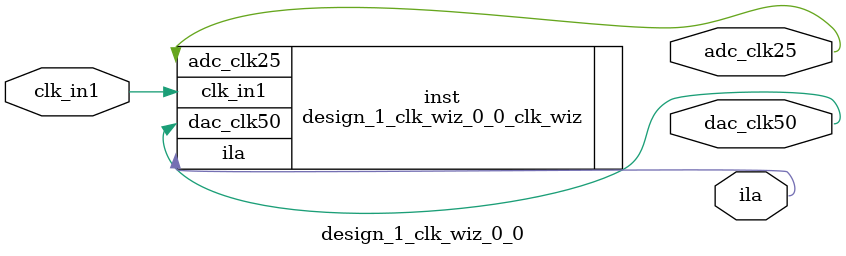
<source format=v>


`timescale 1ps/1ps

(* CORE_GENERATION_INFO = "design_1_clk_wiz_0_0,clk_wiz_v6_0_16_0_0,{component_name=design_1_clk_wiz_0_0,use_phase_alignment=true,use_min_o_jitter=false,use_max_i_jitter=false,use_dyn_phase_shift=false,use_inclk_switchover=false,use_dyn_reconfig=false,enable_axi=0,feedback_source=FDBK_AUTO,PRIMITIVE=MMCM,num_out_clk=3,clkin1_period=20.000,clkin2_period=10.0,use_power_down=false,use_reset=false,use_locked=false,use_inclk_stopped=false,feedback_type=SINGLE,CLOCK_MGR_TYPE=NA,manual_override=false}" *)

module design_1_clk_wiz_0_0 
 (
  // Clock out ports
  output        dac_clk50,
  output        adc_clk25,
  output        ila,
 // Clock in ports
  input         clk_in1
 );

  design_1_clk_wiz_0_0_clk_wiz inst
  (
  // Clock out ports  
  .dac_clk50(dac_clk50),
  .adc_clk25(adc_clk25),
  .ila(ila),
 // Clock in ports
  .clk_in1(clk_in1)
  );

endmodule

</source>
